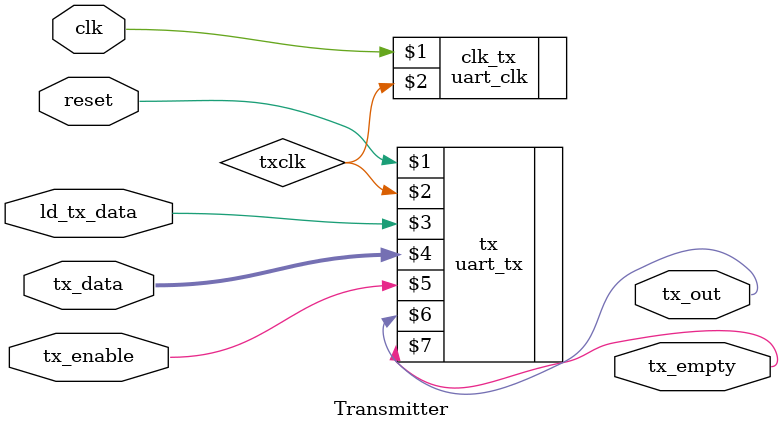
<source format=v>
`timescale 1ns / 1ps

module Transmitter 
(
    input clk,        //Connect this to System Clock
    input tx_enable,  //It will transmit the data when tx_enable is 1
    input reset,      //It will reset when posetive edge of reset is triggered
    input ld_tx_data, //Positive edge of ld_tx_data will load tx_data to the transmitter
    input [7:0] tx_data,
    output tx_empty,  //It is high when there is no data to send in the UART
    output tx_out     //This is TX of sender and connect this to RX of receiver
);  


//wire [7:0]tx_data = 8'b01101100; //This data wil be send from UART

//--------------------- Uart TX ----------------------------------
uart_tx tx(reset,txclk,ld_tx_data,tx_data,tx_enable,tx_out,tx_empty);
uart_clk clk_tx(clk,txclk);

endmodule

</source>
